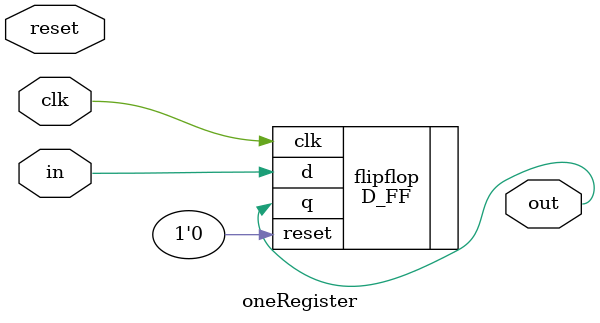
<source format=sv>
`timescale 1ns/10ps
module oneRegister(out, in, reset, clk);
	input logic in;
	input logic clk, reset;
	output logic out;
	
	D_FF flipflop(.q(out), .d(in), .reset(1'b0), .clk(clk));
	
endmodule
</source>
